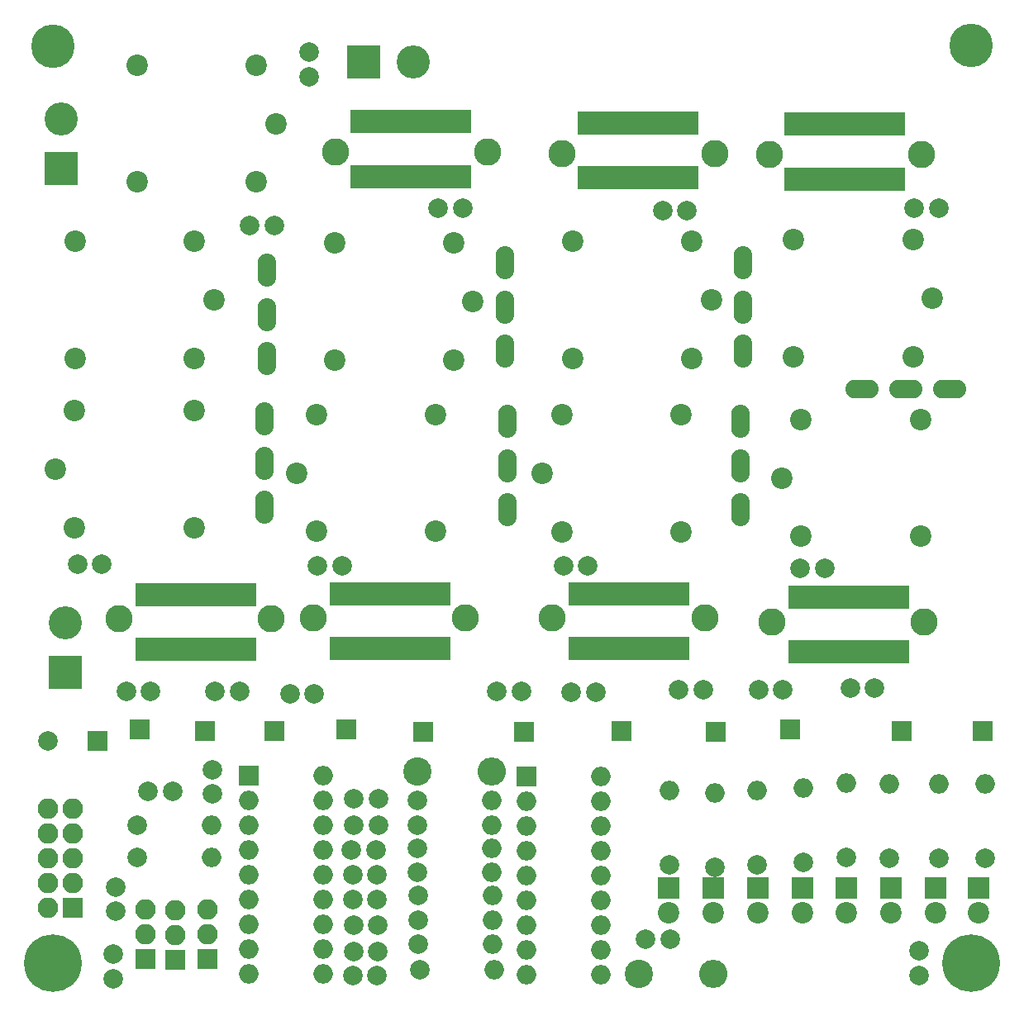
<source format=gbr>
G04 #@! TF.FileFunction,Soldermask,Top*
%FSLAX46Y46*%
G04 Gerber Fmt 4.6, Leading zero omitted, Abs format (unit mm)*
G04 Created by KiCad (PCBNEW 4.0.7) date 09/22/18 15:03:17*
%MOMM*%
%LPD*%
G01*
G04 APERTURE LIST*
%ADD10C,0.100000*%
%ADD11C,2.200000*%
%ADD12R,2.200000X2.200000*%
%ADD13R,2.000000X2.000000*%
%ADD14O,2.000000X2.000000*%
%ADD15C,2.000000*%
%ADD16R,3.400000X3.400000*%
%ADD17C,3.400000*%
%ADD18R,2.100000X2.100000*%
%ADD19O,2.100000X2.100000*%
%ADD20C,4.464000*%
%ADD21C,5.900000*%
%ADD22O,1.900000X3.400000*%
%ADD23O,3.400000X1.900000*%
%ADD24C,2.900000*%
%ADD25O,2.900000X2.900000*%
%ADD26C,2.100000*%
%ADD27R,12.400000X2.400000*%
%ADD28C,2.800000*%
G04 APERTURE END LIST*
D10*
D11*
X67468000Y-85014320D03*
X55268000Y-85014320D03*
X55268000Y-73014320D03*
X69468000Y-79014320D03*
X67468000Y-73014320D03*
D12*
X138811000Y-139319000D03*
D11*
X138811000Y-141859000D03*
D13*
X73025000Y-127762000D03*
D14*
X80645000Y-148082000D03*
X73025000Y-130302000D03*
X80645000Y-145542000D03*
X73025000Y-132842000D03*
X80645000Y-143002000D03*
X73025000Y-135382000D03*
X80645000Y-140462000D03*
X73025000Y-137922000D03*
X80645000Y-137922000D03*
X73025000Y-140462000D03*
X80645000Y-135382000D03*
X73025000Y-143002000D03*
X80645000Y-132842000D03*
X73025000Y-145542000D03*
X80645000Y-130302000D03*
X73025000Y-148082000D03*
X80645000Y-127762000D03*
D15*
X61595000Y-132842000D03*
D14*
X69215000Y-132842000D03*
D12*
X125222000Y-139319000D03*
D11*
X125222000Y-141859000D03*
D15*
X143764000Y-136271000D03*
D14*
X143764000Y-128651000D03*
D12*
X120650000Y-139319000D03*
D11*
X120650000Y-141859000D03*
D13*
X101473000Y-127889000D03*
D14*
X109093000Y-148209000D03*
X101473000Y-130429000D03*
X109093000Y-145669000D03*
X101473000Y-132969000D03*
X109093000Y-143129000D03*
X101473000Y-135509000D03*
X109093000Y-140589000D03*
X101473000Y-138049000D03*
X109093000Y-138049000D03*
X101473000Y-140589000D03*
X109093000Y-135509000D03*
X101473000Y-143129000D03*
X109093000Y-132969000D03*
X101473000Y-145669000D03*
X109093000Y-130429000D03*
X101473000Y-148209000D03*
X109093000Y-127889000D03*
D16*
X54203600Y-117195600D03*
D17*
X54203600Y-112115600D03*
D16*
X84836000Y-54610000D03*
D17*
X89916000Y-54610000D03*
D15*
X62992000Y-119126000D03*
X60492000Y-119126000D03*
X79756000Y-119380000D03*
X77256000Y-119380000D03*
X108585000Y-119253000D03*
X106085000Y-119253000D03*
X127762000Y-118973600D03*
X125262000Y-118973600D03*
X134670800Y-118859300D03*
X137170800Y-118859300D03*
X117094000Y-118973600D03*
X119594000Y-118973600D03*
X100965000Y-119189500D03*
X98465000Y-119189500D03*
X69596000Y-119126000D03*
X72096000Y-119126000D03*
X62738000Y-129413000D03*
X65238000Y-129413000D03*
D13*
X57500520Y-124221240D03*
D15*
X52500520Y-124221240D03*
D18*
X68834000Y-146608800D03*
D19*
X68834000Y-144068800D03*
X68834000Y-141528800D03*
D18*
X65481200Y-146634200D03*
D19*
X65481200Y-144094200D03*
X65481200Y-141554200D03*
D18*
X62484000Y-146558000D03*
D19*
X62484000Y-144018000D03*
X62484000Y-141478000D03*
D15*
X61595000Y-136144000D03*
D14*
X69215000Y-136144000D03*
D16*
X53848000Y-65532000D03*
D17*
X53848000Y-60452000D03*
D20*
X53000000Y-53000000D03*
D21*
X53000000Y-147000000D03*
X147002500Y-147002500D03*
D20*
X147002500Y-52959000D03*
D12*
X129794000Y-139319000D03*
D11*
X129794000Y-141859000D03*
D12*
X134239000Y-139319000D03*
D11*
X134239000Y-141859000D03*
D12*
X143383000Y-139319000D03*
D11*
X143383000Y-141859000D03*
D12*
X147828000Y-139319000D03*
D11*
X147828000Y-141859000D03*
D15*
X116141500Y-136969500D03*
D14*
X116141500Y-129349500D03*
D15*
X120777000Y-137160000D03*
D14*
X120777000Y-129540000D03*
D15*
X125095000Y-136906000D03*
D14*
X125095000Y-129286000D03*
D15*
X129857500Y-136715500D03*
D14*
X129857500Y-129095500D03*
D15*
X134239000Y-136144000D03*
D14*
X134239000Y-128524000D03*
D15*
X138684000Y-136271000D03*
D14*
X138684000Y-128651000D03*
D15*
X148463000Y-136271000D03*
D14*
X148463000Y-128651000D03*
D15*
X69342000Y-129667000D03*
X69342000Y-127167000D03*
D22*
X74930000Y-80518000D03*
X74930000Y-85018000D03*
X74930000Y-76018000D03*
X99314000Y-79756000D03*
X99314000Y-84256000D03*
X99314000Y-75256000D03*
X123698000Y-79756000D03*
X123698000Y-84256000D03*
X123698000Y-75256000D03*
X123408440Y-96012000D03*
X123408440Y-91512000D03*
X123408440Y-100512000D03*
X99568000Y-96012000D03*
X99568000Y-91512000D03*
X99568000Y-100512000D03*
X74676000Y-95758000D03*
X74676000Y-91258000D03*
X74676000Y-100258000D03*
D23*
X140335000Y-88138000D03*
X135835000Y-88138000D03*
X144835000Y-88138000D03*
D18*
X61849000Y-123063000D03*
X68580000Y-123190000D03*
X75692000Y-123190000D03*
X83058000Y-123063000D03*
X90932000Y-123317000D03*
X101219000Y-123317000D03*
X111252000Y-123190000D03*
X120904000Y-123317000D03*
X128524000Y-123063000D03*
X139954000Y-123190000D03*
X148209000Y-123190000D03*
D15*
X90297000Y-130302000D03*
D14*
X97917000Y-130302000D03*
D15*
X90297000Y-132842000D03*
D14*
X97917000Y-132842000D03*
D15*
X90297000Y-135255000D03*
D14*
X97917000Y-135255000D03*
D15*
X90297000Y-137668000D03*
D14*
X97917000Y-137668000D03*
D15*
X90424000Y-140081000D03*
D14*
X98044000Y-140081000D03*
D15*
X90424000Y-142621000D03*
D14*
X98044000Y-142621000D03*
D15*
X90424000Y-145034000D03*
D14*
X98044000Y-145034000D03*
D15*
X90551000Y-147701000D03*
D14*
X98171000Y-147701000D03*
D12*
X116078000Y-139319000D03*
D11*
X116078000Y-141859000D03*
D15*
X83820000Y-130175000D03*
X86320000Y-130175000D03*
X83820000Y-132842000D03*
X86320000Y-132842000D03*
X83566000Y-135382000D03*
X86066000Y-135382000D03*
X83693000Y-137922000D03*
X86193000Y-137922000D03*
X83693000Y-140525500D03*
X86193000Y-140525500D03*
X83756500Y-143129000D03*
X86256500Y-143129000D03*
X83756500Y-145796000D03*
X86256500Y-145796000D03*
X83693000Y-148272500D03*
X86193000Y-148272500D03*
D24*
X112966500Y-148145500D03*
D25*
X120586500Y-148145500D03*
D24*
X90297000Y-127381000D03*
D25*
X97917000Y-127381000D03*
D15*
X113710720Y-144556480D03*
X116210720Y-144556480D03*
X59182000Y-148590000D03*
X59182000Y-146090000D03*
X141686280Y-148280120D03*
X141686280Y-145780120D03*
X59385200Y-141706600D03*
X59385200Y-139206600D03*
D18*
X55013860Y-141320520D03*
D19*
X52473860Y-141320520D03*
X55013860Y-138780520D03*
X52473860Y-138780520D03*
X55013860Y-136240520D03*
X52473860Y-136240520D03*
X55013860Y-133700520D03*
X52473860Y-133700520D03*
X55013860Y-131160520D03*
X52473860Y-131160520D03*
D11*
X55214000Y-90393000D03*
X67414000Y-90393000D03*
X67414000Y-102393000D03*
X53214000Y-96393000D03*
X55214000Y-102393000D03*
X79953600Y-90774000D03*
X92153600Y-90774000D03*
X92153600Y-102774000D03*
X77953600Y-96774000D03*
X79953600Y-102774000D03*
X129636000Y-91282000D03*
X141836000Y-91282000D03*
X141836000Y-103282000D03*
X127636000Y-97282000D03*
X129636000Y-103282000D03*
X141067040Y-84867000D03*
X128867040Y-84867000D03*
X128867040Y-72867000D03*
X143067040Y-78867000D03*
X141067040Y-72867000D03*
X118458500Y-85057500D03*
X106258500Y-85057500D03*
X106258500Y-73057500D03*
X120458500Y-79057500D03*
X118458500Y-73057500D03*
X73818000Y-66960000D03*
X61618000Y-66960000D03*
X61618000Y-54960000D03*
X75818000Y-60960000D03*
X73818000Y-54960000D03*
X94011000Y-85184500D03*
X81811000Y-85184500D03*
X81811000Y-73184500D03*
X96011000Y-79184500D03*
X94011000Y-73184500D03*
X105125000Y-90837500D03*
X117325000Y-90837500D03*
X117325000Y-102837500D03*
X103125000Y-96837500D03*
X105125000Y-102837500D03*
D15*
X79248000Y-56134000D03*
X79248000Y-53634000D03*
X92456000Y-69596000D03*
X94956000Y-69596000D03*
X115443000Y-69850000D03*
X117943000Y-69850000D03*
X141224000Y-69596000D03*
X143724000Y-69596000D03*
X75628500Y-71386700D03*
X73128500Y-71386700D03*
X132016500Y-106553000D03*
X129516500Y-106553000D03*
X107767120Y-106258360D03*
X105267120Y-106258360D03*
X82575400Y-106248200D03*
X80075400Y-106248200D03*
X57988200Y-106108500D03*
X55488200Y-106108500D03*
D26*
X85170000Y-66373000D03*
X88170000Y-66373000D03*
X91170000Y-66373000D03*
X94170000Y-66373000D03*
X85170000Y-60770000D03*
X88170000Y-60770000D03*
X91170000Y-60770000D03*
X94170000Y-60770000D03*
D27*
X89670000Y-66373000D03*
X89670000Y-60770000D03*
D28*
X81916000Y-63881000D03*
X97536000Y-63881000D03*
D26*
X108411000Y-66500000D03*
X111411000Y-66500000D03*
X114411000Y-66500000D03*
X117411000Y-66500000D03*
X108411000Y-60897000D03*
X111411000Y-60897000D03*
X114411000Y-60897000D03*
X117411000Y-60897000D03*
D27*
X112911000Y-66500000D03*
X112911000Y-60897000D03*
D28*
X105157000Y-64008000D03*
X120777000Y-64008000D03*
D26*
X129620000Y-66627000D03*
X132620000Y-66627000D03*
X135620000Y-66627000D03*
X138620000Y-66627000D03*
X129620000Y-61024000D03*
X132620000Y-61024000D03*
X135620000Y-61024000D03*
X138620000Y-61024000D03*
D27*
X134120000Y-66627000D03*
X134120000Y-61024000D03*
D28*
X126366000Y-64135000D03*
X141986000Y-64135000D03*
D26*
X138985000Y-109522000D03*
X135985000Y-109522000D03*
X132985000Y-109522000D03*
X129985000Y-109522000D03*
X138985000Y-115125000D03*
X135985000Y-115125000D03*
X132985000Y-115125000D03*
X129985000Y-115125000D03*
D27*
X134485000Y-109522000D03*
X134485000Y-115125000D03*
D28*
X142239000Y-112014000D03*
X126619000Y-112014000D03*
D26*
X116506000Y-109141000D03*
X113506000Y-109141000D03*
X110506000Y-109141000D03*
X107506000Y-109141000D03*
X116506000Y-114744000D03*
X113506000Y-114744000D03*
X110506000Y-114744000D03*
X107506000Y-114744000D03*
D27*
X112006000Y-109141000D03*
X112006000Y-114744000D03*
D28*
X119760000Y-111633000D03*
X104140000Y-111633000D03*
D26*
X72081400Y-109217200D03*
X69081400Y-109217200D03*
X66081400Y-109217200D03*
X63081400Y-109217200D03*
X72081400Y-114820200D03*
X69081400Y-114820200D03*
X66081400Y-114820200D03*
X63081400Y-114820200D03*
D27*
X67581400Y-109217200D03*
X67581400Y-114820200D03*
D28*
X75335400Y-111709200D03*
X59715400Y-111709200D03*
D26*
X91995000Y-109141000D03*
X88995000Y-109141000D03*
X85995000Y-109141000D03*
X82995000Y-109141000D03*
X91995000Y-114744000D03*
X88995000Y-114744000D03*
X85995000Y-114744000D03*
X82995000Y-114744000D03*
D27*
X87495000Y-109141000D03*
X87495000Y-114744000D03*
D28*
X95249000Y-111633000D03*
X79629000Y-111633000D03*
M02*

</source>
